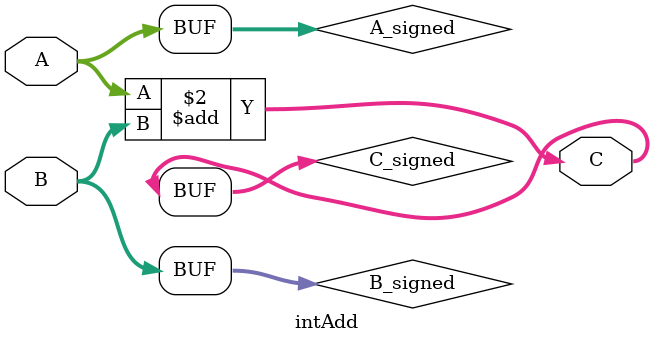
<source format=v>
module intAdd  #(
    parameter   DATA_WIDTH              = 32                    // Data width, default: 32 bits
) (
    input       [DATA_WIDTH - 1: 0]     A,                      // SInt: A
    input       [DATA_WIDTH - 1: 0]     B,                      // SInt: B
    output reg  [DATA_WIDTH - 1: 0]     C                       // SInt: C
);
    reg signed [DATA_WIDTH - 1: 0] A_signed, B_signed, C_signed;

    always @ (A or B) begin
        A_signed = A;
        B_signed = B;
        C_signed = A_signed + B_signed;
        C = C_signed;
    end

endmodule

</source>
